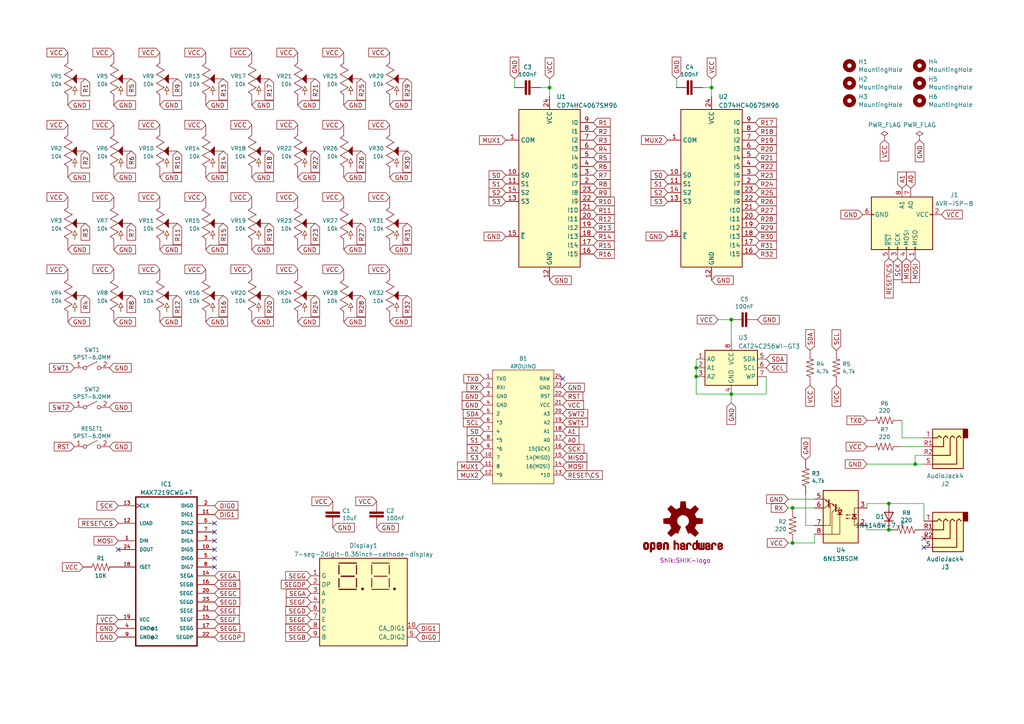
<source format=kicad_sch>
(kicad_sch (version 20211123) (generator eeschema)
  (paper "A4")
  (title_block (title "F8") (date "2022-09-01") (rev "1") (company "SHIK") (comment 1 "https://shik.tech") (comment 2 "CC0 1.0 Universal"))
  (lib_symbols
    (symbol "74xx:CD74HC4067M"
      (property "Reference" "U" (at -8.89 22.86 0))
      (property "Value" "CD74HC4067M" (at 1.27 22.86 0))
      (symbol "CD74HC4067M_1_1"
        (pin passive line (at -12.7 12.7 0) (length 3.81) (name "COM") (number "1"))
        (pin input line (at -12.7 2.54 0) (length 3.81) (name "S0") (number "10"))
        (pin input line (at -12.7 0 0) (length 3.81) (name "S1") (number "11"))
        (pin power_in line (at 0 -27.94 90) (length 3.81) (name "GND") (number "12"))
        (pin input line (at -12.7 -5.08 0) (length 3.81) (name "S3") (number "13"))
        (pin input line (at -12.7 -2.54 0) (length 3.81) (name "S2") (number "14"))
        (pin input line (at -12.7 -15.24 0) (length 3.81) (name "~{E}") (number "15"))
        (pin passive line (at 12.7 -20.32 180) (length 3.81) (name "I15") (number "16"))
        (pin passive line (at 12.7 -17.78 180) (length 3.81) (name "I14") (number "17"))
        (pin passive line (at 12.7 -15.24 180) (length 3.81) (name "I13") (number "18"))
        (pin passive line (at 12.7 -12.7 180) (length 3.81) (name "I12") (number "19"))
        (pin passive line (at 12.7 0 180) (length 3.81) (name "I7") (number "2"))
        (pin passive line (at 12.7 -10.16 180) (length 3.81) (name "I11") (number "20"))
        (pin passive line (at 12.7 -7.62 180) (length 3.81) (name "I10") (number "21"))
        (pin passive line (at 12.7 -5.08 180) (length 3.81) (name "I9") (number "22"))
        (pin passive line (at 12.7 -2.54 180) (length 3.81) (name "I8") (number "23"))
        (pin power_in line (at 0 25.4 270) (length 3.81) (name "VCC") (number "24"))
        (pin passive line (at 12.7 2.54 180) (length 3.81) (name "I6") (number "3"))
        (pin passive line (at 12.7 5.08 180) (length 3.81) (name "I5") (number "4"))
        (pin passive line (at 12.7 7.62 180) (length 3.81) (name "I4") (number "5"))
        (pin passive line (at 12.7 10.16 180) (length 3.81) (name "I3") (number "6"))
        (pin passive line (at 12.7 12.7 180) (length 3.81) (name "I2") (number "7"))
        (pin passive line (at 12.7 15.24 180) (length 3.81) (name "I1") (number "8"))
        (pin passive line (at 12.7 17.78 180) (length 3.81) (name "I0") (number "9"))
      )
    )
    (symbol "Connector:AudioJack4"
      (property "Reference" "J" (at 0 8.89 0))
      (property "Value" "AudioJack4" (at 0 6.35 0))
      (symbol "AudioJack4_1_1"
        (pin passive line (at 5.08 -2.54 180) (length 2.54) (name "~") (number "R1"))
        (pin passive line (at 5.08 0 180) (length 2.54) (name "~") (number "R2"))
        (pin passive line (at 5.08 2.54 180) (length 2.54) (name "~") (number "S"))
        (pin passive line (at 5.08 -5.08 180) (length 2.54) (name "~") (number "T"))
      )
    )
    (symbol "Diode:1N4148W" (pin_numbers hide) (pin_names (offset 1.016) hide)
      (property "Reference" "D" (at 0 2.54 0))
      (property "Value" "1N4148W" (at 0 -2.54 0))
      (symbol "1N4148W_1_1"
        (pin passive line (at -3.81 0 0) (length 2.54) (name "K") (number "1"))
        (pin passive line (at 3.81 0 180) (length 2.54) (name "A") (number "2"))
      )
    )
    (symbol "Display_Character:HDSM-441B"
      (property "Reference" "U" (at -11.43 13.97 0))
      (property "Value" "HDSM-441B" (at 7.62 13.97 0))
      (symbol "HDSM-441B_1_1"
        (pin input line (at -15.24 7.62 0) (length 2.54) (name "G") (number "1"))
        (pin input line (at 15.24 -7.62 180) (length 2.54) (name "CA_DIG1") (number "10"))
        (pin input line (at -15.24 5.08 0) (length 2.54) (name "DP") (number "2"))
        (pin input line (at -15.24 2.54 0) (length 2.54) (name "A") (number "3"))
        (pin input line (at -15.24 0 0) (length 2.54) (name "F") (number "4"))
        (pin input line (at 15.24 -10.16 180) (length 2.54) (name "CA_DIG2") (number "5"))
        (pin input line (at -15.24 -2.54 0) (length 2.54) (name "D") (number "6"))
        (pin input line (at -15.24 -5.08 0) (length 2.54) (name "E") (number "7"))
        (pin input line (at -15.24 -7.62 0) (length 2.54) (name "C") (number "8"))
        (pin input line (at -15.24 -10.16 0) (length 2.54) (name "B") (number "9"))
      )
    )
    (symbol "F8-rescue:10UF-0805-10V-10%-SparkFun-Capacitors" (pin_numbers hide) (pin_names (offset 1.016) hide)
      (property "Reference" "C" (at 1.524 2.921 0))
      (property "Value" "10UF-0805-10V-10%-SparkFun-Capacitors" (at 1.524 -2.159 0))
      (property "Field4" "CAP-11330" (at 0 7.62 0))
      (symbol "10UF-0805-10V-10%-SparkFun-Capacitors_1_1"
        (pin passive line (at 0 5.08 270) (length 2.54) (name "1") (number "1"))
        (pin passive line (at 0 -2.54 90) (length 2.54) (name "2") (number "2"))
      )
    )
    (symbol "F8-rescue:4.7UF0603-SparkFun-Capacitors" (pin_numbers hide) (pin_names (offset 1.016) hide)
      (property "Reference" "C" (at 1.524 2.921 0))
      (property "Value" "4.7UF0603-SparkFun-Capacitors" (at 1.524 -2.159 0))
      (property "Field4" "CAP-08280" (at 0 7.62 0))
      (symbol "4.7UF0603-SparkFun-Capacitors_1_1"
        (pin passive line (at 0 5.08 270) (length 2.54) (name "1") (number "1"))
        (pin passive line (at 0 -2.54 90) (length 2.54) (name "2") (number "2"))
      )
    )
    (symbol "F8-rescue:ARDUINO_PRO_MICRO-Shik-Tech" (pin_names (offset 1.016))
      (property "Reference" "B" (at -8.89 17.78 0))
      (property "Value" "ARDUINO_PRO_MICRO-Shik-Tech" (at -8.89 -19.05 0))
      (property "Field4" "XXX-00000" (at 0 21.59 0))
      (symbol "ARDUINO_PRO_MICRO-Shik-Tech_1_1"
        (pin bidirectional line (at -11.43 13.97 0) (length 2.54) (name "TXO") (number "1"))
        (pin bidirectional line (at -11.43 -8.89 0) (length 2.54) (name "7") (number "10"))
        (pin bidirectional line (at -11.43 -11.43 0) (length 2.54) (name "8") (number "11"))
        (pin bidirectional line (at -11.43 -13.97 0) (length 2.54) (name "*9") (number "12"))
        (pin bidirectional line (at 11.43 -13.97 180) (length 2.54) (name "*10") (number "13"))
        (pin bidirectional line (at 11.43 -11.43 180) (length 2.54) (name "16(MOSI)") (number "14"))
        (pin bidirectional line (at 11.43 -8.89 180) (length 2.54) (name "14(MISO)") (number "15"))
        (pin bidirectional line (at 11.43 -6.35 180) (length 2.54) (name "15(SCK)") (number "16"))
        (pin bidirectional line (at 11.43 -3.81 180) (length 2.54) (name "A0") (number "17"))
        (pin bidirectional line (at 11.43 -1.27 180) (length 2.54) (name "A1") (number "18"))
        (pin bidirectional line (at 11.43 1.27 180) (length 2.54) (name "A2") (number "19"))
        (pin bidirectional line (at -11.43 11.43 0) (length 2.54) (name "RXI") (number "2"))
        (pin bidirectional line (at 11.43 3.81 180) (length 2.54) (name "A3") (number "20"))
        (pin power_in line (at 11.43 6.35 180) (length 2.54) (name "VCC") (number "21"))
        (pin bidirectional line (at 11.43 8.89 180) (length 2.54) (name "RST") (number "22"))
        (pin power_in line (at 11.43 11.43 180) (length 2.54) (name "GND") (number "23"))
        (pin power_in line (at 11.43 13.97 180) (length 2.54) (name "RAW") (number "24"))
        (pin power_in line (at -11.43 8.89 0) (length 2.54) (name "GND") (number "3"))
        (pin power_in line (at -11.43 6.35 0) (length 2.54) (name "GND") (number "4"))
        (pin bidirectional line (at -11.43 3.81 0) (length 2.54) (name "2") (number "5"))
        (pin bidirectional line (at -11.43 1.27 0) (length 2.54) (name "*3") (number "6"))
        (pin bidirectional line (at -11.43 -1.27 0) (length 2.54) (name "4") (number "7"))
        (pin bidirectional line (at -11.43 -3.81 0) (length 2.54) (name "*5") (number "8"))
        (pin bidirectional line (at -11.43 -6.35 0) (length 2.54) (name "*6") (number "9"))
      )
    )
    (symbol "F8-rescue:AVR-ISP-6-Connector" (pin_names (offset 1.016))
      (property "Reference" "J" (at -6.35 11.43 0))
      (property "Value" "AVR-ISP-6-Connector" (at 0 11.43 0))
      (symbol "AVR-ISP-6-Connector_1_1"
        (pin passive line (at 10.16 5.08 180) (length 2.54) (name "MISO") (number "1"))
        (pin passive line (at -2.54 12.7 270) (length 2.54) (name "VCC") (number "2"))
        (pin passive line (at 10.16 0 180) (length 2.54) (name "SCK") (number "3"))
        (pin passive line (at 10.16 2.54 180) (length 2.54) (name "MOSI") (number "4"))
        (pin passive line (at 10.16 -2.54 180) (length 2.54) (name "~{RST}") (number "5"))
        (pin passive line (at -2.54 -10.16 90) (length 2.54) (name "GND") (number "6"))
        (pin input line (at -10.16 3.81 0) (length 2.54) (name "A0") (number "7"))
        (pin input line (at -10.16 1.27 0) (length 2.54) (name "A1") (number "8"))
      )
    )
    (symbol "F8-rescue:MAX7219CNG-MAX7219CNG" (pin_names (offset 1.016))
      (property "Reference" "IC" (at -10.1854 20.9804 0))
      (property "Value" "MAX7219CNG-MAX7219CNG" (at -10.1854 -25.4508 0))
      (symbol "MAX7219CNG-MAX7219CNG_0_0"
        (pin input line (at -15.24 7.62 0) (length 5.08) (name "DIN") (number "1"))
        (pin output line (at 12.7 5.08 180) (length 5.08) (name "DIG5") (number "10"))
        (pin output line (at 12.7 15.24 180) (length 5.08) (name "DIG1") (number "11"))
        (pin input line (at -15.24 12.7 0) (length 5.08) (name "LOAD") (number "12"))
        (pin input clock (at -15.24 17.78 0) (length 5.08) (name "CLK") (number "13"))
        (pin output line (at 12.7 -2.54 180) (length 5.08) (name "SEGA") (number "14"))
        (pin output line (at 12.7 -15.24 180) (length 5.08) (name "SEGF") (number "15"))
        (pin output line (at 12.7 -5.08 180) (length 5.08) (name "SEGB") (number "16"))
        (pin output line (at 12.7 -17.78 180) (length 5.08) (name "SEGG") (number "17"))
        (pin input line (at -15.24 0 0) (length 5.08) (name "ISET") (number "18"))
        (pin power_in line (at -15.24 -15.24 0) (length 5.08) (name "VCC") (number "19"))
        (pin output line (at 12.7 17.78 180) (length 5.08) (name "DIG0") (number "2"))
        (pin output line (at 12.7 -7.62 180) (length 5.08) (name "SEGC") (number "20"))
        (pin output line (at 12.7 -12.7 180) (length 5.08) (name "SEGE") (number "21"))
        (pin output line (at 12.7 -20.32 180) (length 5.08) (name "SEGDP") (number "22"))
        (pin output line (at 12.7 -10.16 180) (length 5.08) (name "SEGD") (number "23"))
        (pin output line (at -15.24 5.08 0) (length 5.08) (name "DOUT") (number "24"))
        (pin output line (at 12.7 7.62 180) (length 5.08) (name "DIG4") (number "3"))
        (pin power_in line (at -15.24 -17.78 0) (length 5.08) (name "GND@1") (number "4"))
        (pin output line (at 12.7 2.54 180) (length 5.08) (name "DIG6") (number "5"))
        (pin output line (at 12.7 12.7 180) (length 5.08) (name "DIG2") (number "6"))
        (pin output line (at 12.7 10.16 180) (length 5.08) (name "DIG3") (number "7"))
        (pin output line (at 12.7 0 180) (length 5.08) (name "DIG7") (number "8"))
        (pin power_in line (at -15.24 -20.32 0) (length 5.08) (name "GND@2") (number "9"))
      )
    )
    (symbol "F8-rescue:RESISTOR0603-SparkFun-Resistors" (pin_numbers hide) (pin_names (offset 1.016) hide)
      (property "Reference" "R" (at -5.08 1.27 0))
      (property "Value" "RESISTOR0603-SparkFun-Resistors" (at -5.08 -3.81 0))
      (property "Field4" " " (at 0 5.08 0))
      (symbol "RESISTOR0603-SparkFun-Resistors_1_1"
        (pin passive line (at -5.08 0 0) (length 2.54) (name "1") (number "1"))
        (pin passive line (at 5.08 0 180) (length 2.54) (name "2") (number "2"))
      )
    )
    (symbol "Isolator:6N138" (pin_names (offset 1.016) hide)
      (property "Reference" "U" (at -4.064 8.89 0))
      (property "Value" "6N138" (at 2.286 8.89 0))
      (symbol "6N138_1_1"
        (pin no_connect line (at -5.08 5.08 0) (length 2.54) hide (name "NC") (number "1"))
        (pin passive line (at -7.62 2.54 0) (length 2.54) (name "C1") (number "2"))
        (pin passive line (at -7.62 -2.54 0) (length 2.54) (name "C2") (number "3"))
        (pin no_connect line (at -5.08 -5.08 0) (length 2.54) hide (name "NC") (number "4"))
        (pin passive line (at 7.62 -5.08 180) (length 2.54) (name "GND") (number "5"))
        (pin passive line (at 7.62 -2.54 180) (length 2.54) (name "VO2") (number "6"))
        (pin passive line (at 7.62 2.54 180) (length 2.54) (name "VO1") (number "7"))
        (pin passive line (at 7.62 5.08 180) (length 2.54) (name "VCC") (number "8"))
      )
    )
    (symbol "Mechanical:MountingHole" (pin_names (offset 1.016))
      (property "Reference" "H" (at 0 5.08 0))
      (property "Value" "MountingHole" (at 0 3.175 0))
    )
    (symbol "Memory_EEPROM:CAT24C256"
      (property "Reference" "U" (at -6.35 6.35 0))
      (property "Value" "CAT24C256" (at 1.27 6.35 0))
      (symbol "CAT24C256_1_1"
        (pin input line (at -10.16 2.54 0) (length 2.54) (name "A0") (number "1"))
        (pin input line (at -10.16 0 0) (length 2.54) (name "A1") (number "2"))
        (pin input line (at -10.16 -2.54 0) (length 2.54) (name "A2") (number "3"))
        (pin power_in line (at 0 -7.62 90) (length 2.54) (name "GND") (number "4"))
        (pin bidirectional line (at 10.16 2.54 180) (length 2.54) (name "SDA") (number "5"))
        (pin input line (at 10.16 0 180) (length 2.54) (name "SCL") (number "6"))
        (pin input line (at 10.16 -2.54 180) (length 2.54) (name "WP") (number "7"))
        (pin power_in line (at 0 7.62 270) (length 2.54) (name "VCC") (number "8"))
      )
    )
    (symbol "SHIK:SHIK-Logo" (pin_numbers hide) (pin_names (offset 0) hide) (in_bom no)
      (property "Reference" "LOGO" (at 0 1.27 0))
      (property "Value" "SHIK-Logo" (at 0 -1.27 0))
    )
    (symbol "SparkFun-Aesthetics:OSHW-LOGOS" (pin_numbers hide) (pin_names (offset 1.016) hide)
      (property "Field4" "XXX-00000" (at 0 8.89 0))
    )
    (symbol "SparkFun-Resistors:POTENTIOMETER-PTH-9MM-1_20W-20%-KIT" (pin_numbers hide) (pin_names (offset 1.016) hide)
      (property "Reference" "VR" (at -1.27 -7.62 90))
      (property "Value" "POTENTIOMETER-PTH-9MM-1_20W-20%-KIT" (at 5.08 1.27 90))
      (property "Field4" "RES-09177" (at -3.81 0 90))
      (symbol "POTENTIOMETER-PTH-9MM-1_20W-20%-KIT_1_1"
        (pin passive line (at 0 7.62 270) (length 2.54) (name "E") (number "P$1"))
        (pin passive line (at 5.08 0 180) (length 2.54) (name "S") (number "P$2"))
        (pin passive line (at 0 -7.62 90) (length 2.54) (name "A") (number "P$3"))
      )
    )
    (symbol "Switch:SW_SPST" (pin_names (offset 0) hide)
      (property "Reference" "SW" (at 0 3.175 0))
      (property "Value" "SW_SPST" (at 0 -2.54 0))
      (symbol "SW_SPST_1_1"
        (pin passive line (at -5.08 0 0) (length 2.54) (name "A") (number "1"))
        (pin passive line (at 5.08 0 180) (length 2.54) (name "B") (number "2"))
      )
    )
    (symbol "power:PWR_FLAG" (power) (pin_numbers hide) (pin_names (offset 0) hide)
      (property "Value" "PWR_FLAG" (at 0 3.81 0))
      (symbol "PWR_FLAG_0_0"
        (pin power_out line (at 0 0 90) (length 0) (name "pwr") (number "1"))
      )
    )
  )
  (junction (at 201.93 109.22))
  (junction (at 159.385 25.4))
  (junction (at 229.87 157.48))
  (junction (at 229.87 147.32))
  (junction (at 206.375 25.4))
  (junction (at 257.81 153.67))
  (junction (at 201.93 106.68))
  (junction (at 265.43 134.62))
  (junction (at 257.81 146.05))
  (junction (at 212.09 92.71))
  (junction (at 212.09 114.3))
  (no_connect (at 62.23 151.765))
  (no_connect (at 62.23 154.305))
  (no_connect (at 267.97 158.75))
  (no_connect (at 267.97 156.21))
  (no_connect (at 62.23 159.385))
  (no_connect (at 163.195 109.855))
  (no_connect (at 34.29 159.385))
  (no_connect (at 62.23 156.845))
  (no_connect (at 62.23 161.925))
  (no_connect (at 62.23 164.465))
  (wire (pts (xy 261.62 129.54) (xy 267.97 129.54)))
  (wire (pts (xy 229.87 147.32) (xy 228.6 147.32)))
  (wire (pts (xy 201.93 104.14) (xy 201.93 106.68)))
  (wire (pts (xy 159.385 25.4) (xy 159.385 22.86)))
  (wire (pts (xy 206.375 27.94) (xy 206.375 25.4)))
  (wire (pts (xy 251.46 147.32) (xy 251.46 146.05)))
  (wire (pts (xy 236.22 157.48) (xy 229.87 157.48)))
  (wire (pts (xy 212.09 114.3) (xy 201.93 114.3)))
  (wire (pts (xy 201.93 106.68) (xy 201.93 109.22)))
  (wire (pts (xy 251.46 153.67) (xy 257.81 153.67)))
  (wire (pts (xy 149.225 25.4) (xy 149.225 22.86)))
  (wire (pts (xy 201.93 109.22) (xy 201.93 114.3)))
  (wire (pts (xy 267.97 146.05) (xy 257.81 146.05)))
  (wire (pts (xy 196.215 25.4) (xy 196.215 22.86)))
  (wire (pts (xy 265.43 132.08) (xy 265.43 134.62)))
  (wire (pts (xy 251.46 152.4) (xy 251.46 153.67)))
  (wire (pts (xy 267.97 132.08) (xy 265.43 132.08)))
  (wire (pts (xy 212.09 99.06) (xy 212.09 92.71)))
  (wire (pts (xy 229.87 157.48) (xy 228.6 157.48)))
  (wire (pts (xy 267.97 134.62) (xy 265.43 134.62)))
  (wire (pts (xy 233.68 152.4) (xy 233.68 143.51)))
  (wire (pts (xy 222.25 114.3) (xy 212.09 114.3)))
  (wire (pts (xy 267.97 127) (xy 261.62 127)))
  (wire (pts (xy 212.09 116.84) (xy 212.09 114.3)))
  (wire (pts (xy 265.43 134.62) (xy 251.46 134.62)))
  (wire (pts (xy 267.97 151.13) (xy 267.97 146.05)))
  (wire (pts (xy 236.22 147.32) (xy 229.87 147.32)))
  (wire (pts (xy 206.375 25.4) (xy 206.375 22.86)))
  (wire (pts (xy 236.22 154.94) (xy 236.22 157.48)))
  (wire (pts (xy 159.385 27.94) (xy 159.385 25.4)))
  (wire (pts (xy 222.25 109.22) (xy 222.25 114.3)))
  (wire (pts (xy 236.22 152.4) (xy 233.68 152.4)))
  (wire (pts (xy 261.62 127) (xy 261.62 121.92)))
  (wire (pts (xy 159.385 25.4) (xy 156.845 25.4)))
  (wire (pts (xy 236.22 144.78) (xy 228.6 144.78)))
  (wire (pts (xy 208.28 92.71) (xy 212.09 92.71)))
  (wire (pts (xy 206.375 25.4) (xy 203.835 25.4)))
  (wire (pts (xy 251.46 146.05) (xy 257.81 146.05)))
  (global_label "VCC" (shape input) (at 73.025 15.24 180) (property "Intersheet References" "${INTERSHEET_REFS}" (effects hide)))
  (global_label "S2" (shape input) (at 140.335 130.175 180) (property "Intersheet References" "${INTERSHEET_REFS}" (effects hide)))
  (global_label "R20" (shape input) (at 219.075 43.18 0) (property "Intersheet References" "${INTERSHEET_REFS}" (effects hide)))
  (global_label "R14" (shape input) (at 64.77 43.815 270) (property "Intersheet References" "${INTERSHEET_REFS}" (effects hide)))
  (global_label "VCC" (shape input) (at 113.03 78.105 180) (property "Intersheet References" "${INTERSHEET_REFS}" (effects hide)))
  (global_label "R25" (shape input) (at 104.775 22.86 270) (property "Intersheet References" "${INTERSHEET_REFS}" (effects hide)))
  (global_label "SEGE" (shape input) (at 90.17 179.705 180) (property "Intersheet References" "${INTERSHEET_REFS}" (effects hide)))
  (global_label "GND" (shape input) (at 159.385 81.28 0) (property "Intersheet References" "${INTERSHEET_REFS}" (effects hide)))
  (global_label "VCC" (shape input) (at 73.025 57.15 180) (property "Intersheet References" "${INTERSHEET_REFS}" (effects hide)))
  (global_label "GND" (shape input) (at 99.695 93.345 0) (property "Intersheet References" "${INTERSHEET_REFS}" (effects hide)))
  (global_label "GND" (shape input) (at 73.025 72.39 0) (property "Intersheet References" "${INTERSHEET_REFS}" (effects hide)))
  (global_label "R8" (shape input) (at 172.085 53.34 0) (property "Intersheet References" "${INTERSHEET_REFS}" (effects hide)))
  (global_label "A1" (shape input) (at 261.62 54.61 90) (property "Intersheet References" "${INTERSHEET_REFS}" (effects hide)))
  (global_label "SEGG" (shape input) (at 90.17 167.005 180) (property "Intersheet References" "${INTERSHEET_REFS}" (effects hide)))
  (global_label "GND" (shape input) (at 113.03 51.435 0) (property "Intersheet References" "${INTERSHEET_REFS}" (effects hide)))
  (global_label "SWT1" (shape input) (at 163.195 122.555 0) (property "Intersheet References" "${INTERSHEET_REFS}" (effects hide)))
  (global_label "MUX1" (shape input) (at 146.685 40.64 180) (property "Intersheet References" "${INTERSHEET_REFS}" (effects hide)))
  (global_label "SEGC" (shape input) (at 90.17 182.245 180) (property "Intersheet References" "${INTERSHEET_REFS}" (effects hide)))
  (global_label "TX0" (shape input) (at 251.46 121.92 180) (property "Intersheet References" "${INTERSHEET_REFS}" (effects hide)))
  (global_label "S0" (shape input) (at 146.685 50.8 180) (property "Intersheet References" "${INTERSHEET_REFS}" (effects hide)))
  (global_label "VCC" (shape input) (at 159.385 22.86 90) (property "Intersheet References" "${INTERSHEET_REFS}" (effects hide)))
  (global_label "GND" (shape input) (at 163.195 112.395 0) (property "Intersheet References" "${INTERSHEET_REFS}" (effects hide)))
  (global_label "VCC" (shape input) (at 163.195 117.475 0) (property "Intersheet References" "${INTERSHEET_REFS}" (effects hide)))
  (global_label "R32" (shape input) (at 219.075 73.66 0) (property "Intersheet References" "${INTERSHEET_REFS}" (effects hide)))
  (global_label "GND" (shape input) (at 86.36 93.345 0) (property "Intersheet References" "${INTERSHEET_REFS}" (effects hide)))
  (global_label "VCC" (shape input) (at 86.36 36.195 180) (property "Intersheet References" "${INTERSHEET_REFS}" (effects hide)))
  (global_label "VCC" (shape input) (at 99.695 57.15 180) (property "Intersheet References" "${INTERSHEET_REFS}" (effects hide)))
  (global_label "VCC" (shape input) (at 86.36 15.24 180) (property "Intersheet References" "${INTERSHEET_REFS}" (effects hide)))
  (global_label "VCC" (shape input) (at 24.13 164.465 180) (property "Intersheet References" "${INTERSHEET_REFS}" (effects hide)))
  (global_label "GND" (shape input) (at 59.69 72.39 0) (property "Intersheet References" "${INTERSHEET_REFS}" (effects hide)))
  (global_label "SCL" (shape input) (at 242.57 101.6 90) (property "Intersheet References" "${INTERSHEET_REFS}" (effects hide)))
  (global_label "VCC" (shape input) (at 273.05 62.23 0) (property "Intersheet References" "${INTERSHEET_REFS}" (effects hide)))
  (global_label "SEGF" (shape input) (at 62.23 179.705 0) (property "Intersheet References" "${INTERSHEET_REFS}" (effects hide)))
  (global_label "GND" (shape input) (at 251.46 134.62 180) (property "Intersheet References" "${INTERSHEET_REFS}" (effects hide)))
  (global_label "VCC" (shape input) (at 59.69 15.24 180) (property "Intersheet References" "${INTERSHEET_REFS}" (effects hide)))
  (global_label "GND" (shape input) (at 31.75 118.11 0) (property "Intersheet References" "${INTERSHEET_REFS}" (effects hide)))
  (global_label "R15" (shape input) (at 64.77 64.77 270) (property "Intersheet References" "${INTERSHEET_REFS}" (effects hide)))
  (global_label "R7" (shape input) (at 172.085 50.8 0) (property "Intersheet References" "${INTERSHEET_REFS}" (effects hide)))
  (global_label "RESET\\CS" (shape input) (at 257.81 74.93 270) (property "Intersheet References" "${INTERSHEET_REFS}" (effects hide)))
  (global_label "VCC" (shape input) (at 59.69 36.195 180) (property "Intersheet References" "${INTERSHEET_REFS}" (effects hide)))
  (global_label "VCC" (shape input) (at 19.685 15.24 180) (property "Intersheet References" "${INTERSHEET_REFS}" (effects hide)))
  (global_label "DIG0" (shape input) (at 62.23 146.685 0) (property "Intersheet References" "${INTERSHEET_REFS}" (effects hide)))
  (global_label "SEGF" (shape input) (at 90.17 174.625 180) (property "Intersheet References" "${INTERSHEET_REFS}" (effects hide)))
  (global_label "R1" (shape input) (at 24.765 22.86 270) (property "Intersheet References" "${INTERSHEET_REFS}" (effects hide)))
  (global_label "GND" (shape input) (at 86.36 30.48 0) (property "Intersheet References" "${INTERSHEET_REFS}" (effects hide)))
  (global_label "VCC" (shape input) (at 46.355 15.24 180) (property "Intersheet References" "${INTERSHEET_REFS}" (effects hide)))
  (global_label "R23" (shape input) (at 219.075 50.8 0) (property "Intersheet References" "${INTERSHEET_REFS}" (effects hide)))
  (global_label "SWT1" (shape input) (at 21.59 106.68 180) (property "Intersheet References" "${INTERSHEET_REFS}" (effects hide)))
  (global_label "R21" (shape input) (at 91.44 22.86 270) (property "Intersheet References" "${INTERSHEET_REFS}" (effects hide)))
  (global_label "R28" (shape input) (at 104.775 85.725 270) (property "Intersheet References" "${INTERSHEET_REFS}" (effects hide)))
  (global_label "VCC" (shape input) (at 256.54 40.64 270) (property "Intersheet References" "${INTERSHEET_REFS}" (effects hide)))
  (global_label "SEGA" (shape input) (at 62.23 167.005 0) (property "Intersheet References" "${INTERSHEET_REFS}" (effects hide)))
  (global_label "VCC" (shape input) (at 59.69 57.15 180) (property "Intersheet References" "${INTERSHEET_REFS}" (effects hide)))
  (global_label "GND" (shape input) (at 34.29 184.785 180) (property "Intersheet References" "${INTERSHEET_REFS}" (effects hide)))
  (global_label "GND" (shape input) (at 140.335 114.935 180) (property "Intersheet References" "${INTERSHEET_REFS}" (effects hide)))
  (global_label "GND" (shape input) (at 46.355 51.435 0) (property "Intersheet References" "${INTERSHEET_REFS}" (effects hide)))
  (global_label "GND" (shape input) (at 86.36 51.435 0) (property "Intersheet References" "${INTERSHEET_REFS}" (effects hide)))
  (global_label "GND" (shape input) (at 113.03 30.48 0) (property "Intersheet References" "${INTERSHEET_REFS}" (effects hide)))
  (global_label "VCC" (shape input) (at 242.57 111.76 270) (property "Intersheet References" "${INTERSHEET_REFS}" (effects hide)))
  (global_label "SCL" (shape input) (at 140.335 122.555 180) (property "Intersheet References" "${INTERSHEET_REFS}" (effects hide)))
  (global_label "R25" (shape input) (at 219.075 55.88 0) (property "Intersheet References" "${INTERSHEET_REFS}" (effects hide)))
  (global_label "GND" (shape input) (at 46.355 30.48 0) (property "Intersheet References" "${INTERSHEET_REFS}" (effects hide)))
  (global_label "RESET\\CS" (shape input) (at 163.195 137.795 0) (property "Intersheet References" "${INTERSHEET_REFS}" (effects hide)))
  (global_label "R7" (shape input) (at 38.1 64.77 270) (property "Intersheet References" "${INTERSHEET_REFS}" (effects hide)))
  (global_label "GND" (shape input) (at 113.03 93.345 0) (property "Intersheet References" "${INTERSHEET_REFS}" (effects hide)))
  (global_label "R19" (shape input) (at 78.105 64.77 270) (property "Intersheet References" "${INTERSHEET_REFS}" (effects hide)))
  (global_label "R11" (shape input) (at 51.435 64.77 270) (property "Intersheet References" "${INTERSHEET_REFS}" (effects hide)))
  (global_label "R6" (shape input) (at 38.1 43.815 270) (property "Intersheet References" "${INTERSHEET_REFS}" (effects hide)))
  (global_label "R12" (shape input) (at 51.435 85.725 270) (property "Intersheet References" "${INTERSHEET_REFS}" (effects hide)))
  (global_label "SDA" (shape input) (at 234.95 101.6 90) (property "Intersheet References" "${INTERSHEET_REFS}" (effects hide)))
  (global_label "GND" (shape input) (at 140.335 117.475 180) (property "Intersheet References" "${INTERSHEET_REFS}" (effects hide)))
  (global_label "GND" (shape input) (at 113.03 72.39 0) (property "Intersheet References" "${INTERSHEET_REFS}" (effects hide)))
  (global_label "VCC" (shape input) (at 109.22 145.415 180) (property "Intersheet References" "${INTERSHEET_REFS}" (effects hide)))
  (global_label "RST" (shape input) (at 21.59 129.54 180) (property "Intersheet References" "${INTERSHEET_REFS}" (effects hide)))
  (global_label "GND" (shape input) (at 59.69 93.345 0) (property "Intersheet References" "${INTERSHEET_REFS}" (effects hide)))
  (global_label "R27" (shape input) (at 104.775 64.77 270) (property "Intersheet References" "${INTERSHEET_REFS}" (effects hide)))
  (global_label "GND" (shape input) (at 31.75 106.68 0) (property "Intersheet References" "${INTERSHEET_REFS}" (effects hide)))
  (global_label "R10" (shape input) (at 51.435 43.815 270) (property "Intersheet References" "${INTERSHEET_REFS}" (effects hide)))
  (global_label "R30" (shape input) (at 118.11 43.815 270) (property "Intersheet References" "${INTERSHEET_REFS}" (effects hide)))
  (global_label "S3" (shape input) (at 146.685 58.42 180) (property "Intersheet References" "${INTERSHEET_REFS}" (effects hide)))
  (global_label "GND" (shape input) (at 33.02 93.345 0) (property "Intersheet References" "${INTERSHEET_REFS}" (effects hide)))
  (global_label "GND" (shape input) (at 19.685 30.48 0) (property "Intersheet References" "${INTERSHEET_REFS}" (effects hide)))
  (global_label "VCC" (shape input) (at 33.02 36.195 180) (property "Intersheet References" "${INTERSHEET_REFS}" (effects hide)))
  (global_label "GND" (shape input) (at 19.685 93.345 0) (property "Intersheet References" "${INTERSHEET_REFS}" (effects hide)))
  (global_label "VCC" (shape input) (at 19.685 57.15 180) (property "Intersheet References" "${INTERSHEET_REFS}" (effects hide)))
  (global_label "S0" (shape input) (at 193.675 50.8 180) (property "Intersheet References" "${INTERSHEET_REFS}" (effects hide)))
  (global_label "R21" (shape input) (at 219.075 45.72 0) (property "Intersheet References" "${INTERSHEET_REFS}" (effects hide)))
  (global_label "R6" (shape input) (at 172.085 48.26 0) (property "Intersheet References" "${INTERSHEET_REFS}" (effects hide)))
  (global_label "SWT2" (shape input) (at 21.59 118.11 180) (property "Intersheet References" "${INTERSHEET_REFS}" (effects hide)))
  (global_label "VCC" (shape input) (at 73.025 36.195 180) (property "Intersheet References" "${INTERSHEET_REFS}" (effects hide)))
  (global_label "VCC" (shape input) (at 59.69 78.105 180) (property "Intersheet References" "${INTERSHEET_REFS}" (effects hide)))
  (global_label "R13" (shape input) (at 172.085 66.04 0) (property "Intersheet References" "${INTERSHEET_REFS}" (effects hide)))
  (global_label "SDA" (shape input) (at 222.25 104.14 0) (property "Intersheet References" "${INTERSHEET_REFS}" (effects hide)))
  (global_label "S3" (shape input) (at 193.675 58.42 180) (property "Intersheet References" "${INTERSHEET_REFS}" (effects hide)))
  (global_label "VCC" (shape input) (at 228.6 157.48 180) (property "Intersheet References" "${INTERSHEET_REFS}" (effects hide)))
  (global_label "MISO" (shape input) (at 262.89 74.93 270) (property "Intersheet References" "${INTERSHEET_REFS}" (effects hide)))
  (global_label "DIG1" (shape input) (at 120.65 182.245 0) (property "Intersheet References" "${INTERSHEET_REFS}" (effects hide)))
  (global_label "R19" (shape input) (at 219.075 40.64 0) (property "Intersheet References" "${INTERSHEET_REFS}" (effects hide)))
  (global_label "GND" (shape input) (at 219.71 92.71 0) (property "Intersheet References" "${INTERSHEET_REFS}" (effects hide)))
  (global_label "S2" (shape input) (at 146.685 55.88 180) (property "Intersheet References" "${INTERSHEET_REFS}" (effects hide)))
  (global_label "VCC" (shape input) (at 46.355 57.15 180) (property "Intersheet References" "${INTERSHEET_REFS}" (effects hide)))
  (global_label "GND" (shape input) (at 73.025 93.345 0) (property "Intersheet References" "${INTERSHEET_REFS}" (effects hide)))
  (global_label "VCC" (shape input) (at 86.36 78.105 180) (property "Intersheet References" "${INTERSHEET_REFS}" (effects hide)))
  (global_label "R16" (shape input) (at 64.77 85.725 270) (property "Intersheet References" "${INTERSHEET_REFS}" (effects hide)))
  (global_label "GND" (shape input) (at 233.68 133.35 90) (property "Intersheet References" "${INTERSHEET_REFS}" (effects hide)))
  (global_label "R8" (shape input) (at 38.1 85.725 270) (property "Intersheet References" "${INTERSHEET_REFS}" (effects hide)))
  (global_label "VCC" (shape input) (at 34.29 179.705 180) (property "Intersheet References" "${INTERSHEET_REFS}" (effects hide)))
  (global_label "GND" (shape input) (at 86.36 72.39 0) (property "Intersheet References" "${INTERSHEET_REFS}" (effects hide)))
  (global_label "R4" (shape input) (at 24.765 85.725 270) (property "Intersheet References" "${INTERSHEET_REFS}" (effects hide)))
  (global_label "R17" (shape input) (at 78.105 22.86 270) (property "Intersheet References" "${INTERSHEET_REFS}" (effects hide)))
  (global_label "A0" (shape input) (at 163.195 127.635 0) (property "Intersheet References" "${INTERSHEET_REFS}" (effects hide)))
  (global_label "RST" (shape input) (at 163.195 114.935 0) (property "Intersheet References" "${INTERSHEET_REFS}" (effects hide)))
  (global_label "S2" (shape input) (at 193.675 55.88 180) (property "Intersheet References" "${INTERSHEET_REFS}" (effects hide)))
  (global_label "VCC" (shape input) (at 113.03 57.15 180) (property "Intersheet References" "${INTERSHEET_REFS}" (effects hide)))
  (global_label "VCC" (shape input) (at 33.02 57.15 180) (property "Intersheet References" "${INTERSHEET_REFS}" (effects hide)))
  (global_label "R13" (shape input) (at 64.77 22.86 270) (property "Intersheet References" "${INTERSHEET_REFS}" (effects hide)))
  (global_label "R1" (shape input) (at 172.085 35.56 0) (property "Intersheet References" "${INTERSHEET_REFS}" (effects hide)))
  (global_label "GND" (shape input) (at 34.29 182.245 180) (property "Intersheet References" "${INTERSHEET_REFS}" (effects hide)))
  (global_label "R30" (shape input) (at 219.075 68.58 0) (property "Intersheet References" "${INTERSHEET_REFS}" (effects hide)))
  (global_label "SCK" (shape input) (at 260.35 74.93 270) (property "Intersheet References" "${INTERSHEET_REFS}" (effects hide)))
  (global_label "RESET\\CS" (shape input) (at 34.29 151.765 180) (property "Intersheet References" "${INTERSHEET_REFS}" (effects hide)))
  (global_label "GND" (shape input) (at 149.225 22.86 90) (property "Intersheet References" "${INTERSHEET_REFS}" (effects hide)))
  (global_label "R29" (shape input) (at 219.075 66.04 0) (property "Intersheet References" "${INTERSHEET_REFS}" (effects hide)))
  (global_label "SCL" (shape input) (at 222.25 106.68 0) (property "Intersheet References" "${INTERSHEET_REFS}" (effects hide)))
  (global_label "A0" (shape input) (at 264.16 54.61 90) (property "Intersheet References" "${INTERSHEET_REFS}" (effects hide)))
  (global_label "GND" (shape input) (at 19.685 72.39 0) (property "Intersheet References" "${INTERSHEET_REFS}" (effects hide)))
  (global_label "SWT2" (shape input) (at 163.195 120.015 0) (property "Intersheet References" "${INTERSHEET_REFS}" (effects hide)))
  (global_label "VCC" (shape input) (at 19.685 78.105 180) (property "Intersheet References" "${INTERSHEET_REFS}" (effects hide)))
  (global_label "SEGD" (shape input) (at 90.17 177.165 180) (property "Intersheet References" "${INTERSHEET_REFS}" (effects hide)))
  (global_label "S1" (shape input) (at 140.335 127.635 180) (property "Intersheet References" "${INTERSHEET_REFS}" (effects hide)))
  (global_label "VCC" (shape input) (at 33.02 15.24 180) (property "Intersheet References" "${INTERSHEET_REFS}" (effects hide)))
  (global_label "GND" (shape input) (at 59.69 30.48 0) (property "Intersheet References" "${INTERSHEET_REFS}" (effects hide)))
  (global_label "R18" (shape input) (at 219.075 38.1 0) (property "Intersheet References" "${INTERSHEET_REFS}" (effects hide)))
  (global_label "R32" (shape input) (at 118.11 85.725 270) (property "Intersheet References" "${INTERSHEET_REFS}" (effects hide)))
  (global_label "DIG1" (shape input) (at 62.23 149.225 0) (property "Intersheet References" "${INTERSHEET_REFS}" (effects hide)))
  (global_label "SEGE" (shape input) (at 62.23 177.165 0) (property "Intersheet References" "${INTERSHEET_REFS}" (effects hide)))
  (global_label "VCC" (shape input) (at 86.36 57.15 180) (property "Intersheet References" "${INTERSHEET_REFS}" (effects hide)))
  (global_label "GND" (shape input) (at 46.355 93.345 0) (property "Intersheet References" "${INTERSHEET_REFS}" (effects hide)))
  (global_label "R27" (shape input) (at 219.075 60.96 0) (property "Intersheet References" "${INTERSHEET_REFS}" (effects hide)))
  (global_label "SEGA" (shape input) (at 90.17 172.085 180) (property "Intersheet References" "${INTERSHEET_REFS}" (effects hide)))
  (global_label "VCC" (shape input) (at 96.52 145.415 180) (property "Intersheet References" "${INTERSHEET_REFS}" (effects hide)))
  (global_label "R11" (shape input) (at 172.085 60.96 0) (property "Intersheet References" "${INTERSHEET_REFS}" (effects hide)))
  (global_label "R5" (shape input) (at 172.085 45.72 0) (property "Intersheet References" "${INTERSHEET_REFS}" (effects hide)))
  (global_label "R26" (shape input) (at 104.775 43.815 270) (property "Intersheet References" "${INTERSHEET_REFS}" (effects hide)))
  (global_label "R9" (shape input) (at 51.435 22.86 270) (property "Intersheet References" "${INTERSHEET_REFS}" (effects hide)))
  (global_label "VCC" (shape input) (at 113.03 15.24 180) (property "Intersheet References" "${INTERSHEET_REFS}" (effects hide)))
  (global_label "VCC" (shape input) (at 206.375 22.86 90) (property "Intersheet References" "${INTERSHEET_REFS}" (effects hide)))
  (global_label "GND" (shape input) (at 33.02 51.435 0) (property "Intersheet References" "${INTERSHEET_REFS}" (effects hide)))
  (global_label "MUX1" (shape input) (at 140.335 135.255 180) (property "Intersheet References" "${INTERSHEET_REFS}" (effects hide)))
  (global_label "GND" (shape input) (at 33.02 30.48 0) (property "Intersheet References" "${INTERSHEET_REFS}" (effects hide)))
  (global_label "GND" (shape input) (at 109.22 153.035 0) (property "Intersheet References" "${INTERSHEET_REFS}" (effects hide)))
  (global_label "GND" (shape input) (at 196.215 22.86 90) (property "Intersheet References" "${INTERSHEET_REFS}" (effects hide)))
  (global_label "GND" (shape input) (at 250.19 62.23 180) (property "Intersheet References" "${INTERSHEET_REFS}" (effects hide)))
  (global_label "VCC" (shape input) (at 99.695 15.24 180) (property "Intersheet References" "${INTERSHEET_REFS}" (effects hide)))
  (global_label "S1" (shape input) (at 193.675 53.34 180) (property "Intersheet References" "${INTERSHEET_REFS}" (effects hide)))
  (global_label "R31" (shape input) (at 219.075 71.12 0) (property "Intersheet References" "${INTERSHEET_REFS}" (effects hide)))
  (global_label "MUX2" (shape input) (at 140.335 137.795 180) (property "Intersheet References" "${INTERSHEET_REFS}" (effects hide)))
  (global_label "R31" (shape input) (at 118.11 64.77 270) (property "Intersheet References" "${INTERSHEET_REFS}" (effects hide)))
  (global_label "DIG0" (shape input) (at 120.65 184.785 0) (property "Intersheet References" "${INTERSHEET_REFS}" (effects hide)))
  (global_label "GND" (shape input) (at 31.75 129.54 0) (property "Intersheet References" "${INTERSHEET_REFS}" (effects hide)))
  (global_label "R20" (shape input) (at 78.105 85.725 270) (property "Intersheet References" "${INTERSHEET_REFS}" (effects hide)))
  (global_label "A1" (shape input) (at 163.195 125.095 0) (property "Intersheet References" "${INTERSHEET_REFS}" (effects hide)))
  (global_label "RX" (shape input) (at 140.335 112.395 180) (property "Intersheet References" "${INTERSHEET_REFS}" (effects hide)))
  (global_label "MOSI" (shape input) (at 163.195 135.255 0) (property "Intersheet References" "${INTERSHEET_REFS}" (effects hide)))
  (global_label "R3" (shape input) (at 172.085 40.64 0) (property "Intersheet References" "${INTERSHEET_REFS}" (effects hide)))
  (global_label "GND" (shape input) (at 228.6 144.78 180) (property "Intersheet References" "${INTERSHEET_REFS}" (effects hide)))
  (global_label "MOSI" (shape input) (at 34.29 156.845 180) (property "Intersheet References" "${INTERSHEET_REFS}" (effects hide)))
  (global_label "R10" (shape input) (at 172.085 58.42 0) (property "Intersheet References" "${INTERSHEET_REFS}" (effects hide)))
  (global_label "MUX2" (shape input) (at 193.675 40.64 180) (property "Intersheet References" "${INTERSHEET_REFS}" (effects hide)))
  (global_label "VCC" (shape input) (at 234.95 111.76 270) (property "Intersheet References" "${INTERSHEET_REFS}" (effects hide)))
  (global_label "GND" (shape input) (at 19.685 51.435 0) (property "Intersheet References" "${INTERSHEET_REFS}" (effects hide)))
  (global_label "GND" (shape input) (at 73.025 30.48 0) (property "Intersheet References" "${INTERSHEET_REFS}" (effects hide)))
  (global_label "GND" (shape input) (at 193.675 68.58 180) (property "Intersheet References" "${INTERSHEET_REFS}" (effects hide)))
  (global_label "SEGDP" (shape input) (at 62.23 184.785 0) (property "Intersheet References" "${INTERSHEET_REFS}" (effects hide)))
  (global_label "R18" (shape input) (at 78.105 43.815 270) (property "Intersheet References" "${INTERSHEET_REFS}" (effects hide)))
  (global_label "R9" (shape input) (at 172.085 55.88 0) (property "Intersheet References" "${INTERSHEET_REFS}" (effects hide)))
  (global_label "GND" (shape input) (at 206.375 81.28 0) (property "Intersheet References" "${INTERSHEET_REFS}" (effects hide)))
  (global_label "R17" (shape input) (at 219.075 35.56 0) (property "Intersheet References" "${INTERSHEET_REFS}" (effects hide)))
  (global_label "VCC" (shape input) (at 73.025 78.105 180) (property "Intersheet References" "${INTERSHEET_REFS}" (effects hide)))
  (global_label "VCC" (shape input) (at 208.28 92.71 180) (property "Intersheet References" "${INTERSHEET_REFS}" (effects hide)))
  (global_label "VCC" (shape input) (at 251.46 129.54 180) (property "Intersheet References" "${INTERSHEET_REFS}" (effects hide)))
  (global_label "VCC" (shape input) (at 113.03 36.195 180) (property "Intersheet References" "${INTERSHEET_REFS}" (effects hide)))
  (global_label "R24" (shape input) (at 219.075 53.34 0) (property "Intersheet References" "${INTERSHEET_REFS}" (effects hide)))
  (global_label "GND" (shape input) (at 266.7 40.64 270) (property "Intersheet References" "${INTERSHEET_REFS}" (effects hide)))
  (global_label "R22" (shape input) (at 91.44 43.815 270) (property "Intersheet References" "${INTERSHEET_REFS}" (effects hide)))
  (global_label "TX0" (shape input) (at 140.335 109.855 180) (property "Intersheet References" "${INTERSHEET_REFS}" (effects hide)))
  (global_label "R14" (shape input) (at 172.085 68.58 0) (property "Intersheet References" "${INTERSHEET_REFS}" (effects hide)))
  (global_label "SDA" (shape input) (at 140.335 120.015 180) (property "Intersheet References" "${INTERSHEET_REFS}" (effects hide)))
  (global_label "S0" (shape input) (at 140.335 125.095 180) (property "Intersheet References" "${INTERSHEET_REFS}" (effects hide)))
  (global_label "GND" (shape input) (at 99.695 51.435 0) (property "Intersheet References" "${INTERSHEET_REFS}" (effects hide)))
  (global_label "GND" (shape input) (at 212.09 116.84 270) (property "Intersheet References" "${INTERSHEET_REFS}" (effects hide)))
  (global_label "R12" (shape input) (at 172.085 63.5 0) (property "Intersheet References" "${INTERSHEET_REFS}" (effects hide)))
  (global_label "R24" (shape input) (at 91.44 85.725 270) (property "Intersheet References" "${INTERSHEET_REFS}" (effects hide)))
  (global_label "GND" (shape input) (at 96.52 153.035 0) (property "Intersheet References" "${INTERSHEET_REFS}" (effects hide)))
  (global_label "SCK" (shape input) (at 163.195 130.175 0) (property "Intersheet References" "${INTERSHEET_REFS}" (effects hide)))
  (global_label "MISO" (shape input) (at 163.195 132.715 0) (property "Intersheet References" "${INTERSHEET_REFS}" (effects hide)))
  (global_label "R28" (shape input) (at 219.075 63.5 0) (property "Intersheet References" "${INTERSHEET_REFS}" (effects hide)))
  (global_label "SCK" (shape input) (at 34.29 146.685 180) (property "Intersheet References" "${INTERSHEET_REFS}" (effects hide)))
  (global_label "VCC" (shape input) (at 46.355 78.105 180) (property "Intersheet References" "${INTERSHEET_REFS}" (effects hide)))
  (global_label "R3" (shape input) (at 24.765 64.77 270) (property "Intersheet References" "${INTERSHEET_REFS}" (effects hide)))
  (global_label "R23" (shape input) (at 91.44 64.77 270) (property "Intersheet References" "${INTERSHEET_REFS}" (effects hide)))
  (global_label "SEGC" (shape input) (at 62.23 172.085 0) (property "Intersheet References" "${INTERSHEET_REFS}" (effects hide)))
  (global_label "R2" (shape input) (at 24.765 43.815 270) (property "Intersheet References" "${INTERSHEET_REFS}" (effects hide)))
  (global_label "R22" (shape input) (at 219.075 48.26 0) (property "Intersheet References" "${INTERSHEET_REFS}" (effects hide)))
  (global_label "VCC" (shape input) (at 46.355 36.195 180) (property "Intersheet References" "${INTERSHEET_REFS}" (effects hide)))
  (global_label "S1" (shape input) (at 146.685 53.34 180) (property "Intersheet References" "${INTERSHEET_REFS}" (effects hide)))
  (global_label "GND" (shape input) (at 99.695 30.48 0) (property "Intersheet References" "${INTERSHEET_REFS}" (effects hide)))
  (global_label "VCC" (shape input) (at 33.02 78.105 180) (property "Intersheet References" "${INTERSHEET_REFS}" (effects hide)))
  (global_label "S3" (shape input) (at 140.335 132.715 180) (property "Intersheet References" "${INTERSHEET_REFS}" (effects hide)))
  (global_label "VCC" (shape input) (at 99.695 36.195 180) (property "Intersheet References" "${INTERSHEET_REFS}" (effects hide)))
  (global_label "VCC" (shape input) (at 19.685 36.195 180) (property "Intersheet References" "${INTERSHEET_REFS}" (effects hide)))
  (global_label "SEGB" (shape input) (at 90.17 184.785 180) (property "Intersheet References" "${INTERSHEET_REFS}" (effects hide)))
  (global_label "VCC" (shape input) (at 99.695 78.105 180) (property "Intersheet References" "${INTERSHEET_REFS}" (effects hide)))
  (global_label "R29" (shape input) (at 118.11 22.86 270) (property "Intersheet References" "${INTERSHEET_REFS}" (effects hide)))
  (global_label "GND" (shape input) (at 46.355 72.39 0) (property "Intersheet References" "${INTERSHEET_REFS}" (effects hide)))
  (global_label "GND" (shape input) (at 33.02 72.39 0) (property "Intersheet References" "${INTERSHEET_REFS}" (effects hide)))
  (global_label "SEGG" (shape input) (at 62.23 182.245 0) (property "Intersheet References" "${INTERSHEET_REFS}" (effects hide)))
  (global_label "R15" (shape input) (at 172.085 71.12 0) (property "Intersheet References" "${INTERSHEET_REFS}" (effects hide)))
  (global_label "RX" (shape input) (at 228.6 147.32 180) (property "Intersheet References" "${INTERSHEET_REFS}" (effects hide)))
  (global_label "SEGD" (shape input) (at 62.23 174.625 0) (property "Intersheet References" "${INTERSHEET_REFS}" (effects hide)))
  (global_label "R2" (shape input) (at 172.085 38.1 0) (property "Intersheet References" "${INTERSHEET_REFS}" (effects hide)))
  (global_label "GND" (shape input) (at 146.685 68.58 180) (property "Intersheet References" "${INTERSHEET_REFS}" (effects hide)))
  (global_label "GND" (shape input) (at 59.69 51.435 0) (property "Intersheet References" "${INTERSHEET_REFS}" (effects hide)))
  (global_label "MOSI" (shape input) (at 265.43 74.93 270) (property "Intersheet References" "${INTERSHEET_REFS}" (effects hide)))
  (global_label "R26" (shape input) (at 219.075 58.42 0) (property "Intersheet References" "${INTERSHEET_REFS}" (effects hide)))
  (global_label "GND" (shape input) (at 73.025 51.435 0) (property "Intersheet References" "${INTERSHEET_REFS}" (effects hide)))
  (global_label "R16" (shape input) (at 172.085 73.66 0) (property "Intersheet References" "${INTERSHEET_REFS}" (effects hide)))
  (global_label "R5" (shape input) (at 38.1 22.86 270) (property "Intersheet References" "${INTERSHEET_REFS}" (effects hide)))
  (global_label "SEGDP" (shape input) (at 90.17 169.545 180) (property "Intersheet References" "${INTERSHEET_REFS}" (effects hide)))
  (global_label "R4" (shape input) (at 172.085 43.18 0) (property "Intersheet References" "${INTERSHEET_REFS}" (effects hide)))
  (global_label "SEGB" (shape input) (at 62.23 169.545 0) (property "Intersheet References" "${INTERSHEET_REFS}" (effects hide)))
  (global_label "GND" (shape input) (at 99.695 72.39 0) (property "Intersheet References" "${INTERSHEET_REFS}" (effects hide)))
  (symbol (lib_id "F8-rescue:ARDUINO_PRO_MICRO-Shik-Tech") (at 151.765 123.825 0) (unit 1)
    (property "Reference" "B1" (at 151.765 103.9979 0) (effects (font (size 1.143 1.143))))
    (property "Value" "ARDUINO" (at 151.765 106.3065 0) (effects (font (size 1.143 1.143))))
    (property "Footprint" "Shik:ARDUINO_PRO_MICRO" (effects hide))
    (property "Field4" "XXX-00000" (effects hide))
  )
  (symbol (lib_id "Switch:SW_SPST") (at 26.67 118.11 0) (unit 1)
    (property "Reference" "SWT2" (at 26.67 112.9284 0) (effects (font (size 1.143 1.143))))
    (property "Value" "SPST-6.0MM" (at 26.67 115.062 0) (effects (font (size 1.143 1.143))))
    (property "Footprint" "Switches:TACTILE_SWITCH_PTH_6.0MM" (effects hide))
    (property "Field4" " SWCH-08441" (effects hide))
  )
  (symbol (lib_id "Switch:SW_SPST") (at 26.67 106.68 0) (unit 1)
    (property "Reference" "SWT1" (at 26.67 101.4984 0) (effects (font (size 1.143 1.143))))
    (property "Value" "SPST-6.0MM" (at 26.67 103.632 0) (effects (font (size 1.143 1.143))))
    (property "Footprint" "Switches:TACTILE_SWITCH_PTH_6.0MM" (effects hide))
    (property "Field4" " SWCH-08441" (effects hide))
  )
  (symbol (lib_id "F8-rescue:MAX7219CNG-MAX7219CNG") (at 49.53 164.465 0) (unit 1)
    (property "Reference" "IC1" (at 48.26 140.369 0))
    (property "Value" "MAX7219CWG+T" (at 48.26 142.9059 0))
    (property "Footprint" "Digikey Footprints:SOIC-24_W7.50mm" (effects hide))
    (property "Field4" "MAXIM" (effects hide))
    (property "Field5" "MAX7219CNG" (effects hide))
    (property "Field6" "1523914" (effects hide))
  )
  (symbol (lib_id "F8-rescue:RESISTOR0603-SparkFun-Resistors") (at 29.21 164.465 0) (unit 1)
    (property "Reference" "R1" (at 29.21 161.925 0) (effects (font (size 1.143 1.143))))
    (property "Value" "10K" (at 29.21 167.005 0) (effects (font (size 1.143 1.143))))
    (property "Footprint" "Resistors:0603" (effects hide))
    (property "Field4" "RES-09435" (effects hide))
  )
  (symbol (lib_id "F8-rescue:10UF-0805-10V-10%-SparkFun-Capacitors") (at 96.52 150.495 0) (unit 1)
    (property "Reference" "C1" (at 99.2632 148.1582 0) (effects (font (size 1.143 1.143)) (justify left)))
    (property "Value" "10uF" (at 99.2632 150.2918 0) (effects (font (size 1.143 1.143)) (justify left)))
    (property "Footprint" "Capacitors:0603" (effects hide))
    (property "Field4" "CAP-11330" (effects hide))
  )
  (symbol (lib_id "F8-rescue:10UF-0805-10V-10%-SparkFun-Capacitors") (at 109.22 150.495 0) (unit 1)
    (property "Reference" "C2" (at 111.9632 148.1582 0) (effects (font (size 1.143 1.143)) (justify left)))
    (property "Value" "100nF" (at 111.9632 150.2918 0) (effects (font (size 1.143 1.143)) (justify left)))
    (property "Footprint" "Capacitors:0603" (effects hide))
    (property "Field4" "CAP-11330" (effects hide))
  )
  (symbol (lib_id "Connector:AudioJack4") (at 273.05 132.08 180) (unit 1)
    (property "Reference" "J2" (at 274.1422 140.335 0))
    (property "Value" "AudioJack4" (at 274.1422 138.0236 0))
    (property "Footprint" "Shik:Jack_3.5mm_Horizontal" (effects hide))
  )
  (symbol (lib_id "F8-rescue:RESISTOR0603-SparkFun-Resistors") (at 256.54 121.92 180) (unit 1)
    (property "Reference" "R6" (at 256.54 116.9924 0) (effects (font (size 1.143 1.143))))
    (property "Value" "220" (at 256.54 119.126 0) (effects (font (size 1.143 1.143))))
    (property "Footprint" "Resistors:0603" (effects hide))
    (property "Field4" "RES-09435" (effects hide))
  )
  (symbol (lib_id "F8-rescue:RESISTOR0603-SparkFun-Resistors") (at 256.54 129.54 180) (unit 1)
    (property "Reference" "R7" (at 256.54 124.6124 0) (effects (font (size 1.143 1.143))))
    (property "Value" "220" (at 256.54 126.746 0) (effects (font (size 1.143 1.143))))
    (property "Footprint" "Resistors:0603" (effects hide))
    (property "Field4" "RES-09435" (effects hide))
  )
  (symbol (lib_id "power:PWR_FLAG") (at 256.54 40.64 0) (unit 1)
    (property "Reference" "#FLG01" (effects hide))
    (property "Value" "PWR_FLAG" (at 256.54 36.2458 0))
  )
  (symbol (lib_id "power:PWR_FLAG") (at 266.7 40.64 0) (unit 1)
    (property "Reference" "#FLG02" (effects hide))
    (property "Value" "PWR_FLAG" (at 266.7 36.2458 0))
  )
  (symbol (lib_id "Mechanical:MountingHole") (at 246.38 19.05 0) (unit 1)
    (property "Reference" "H1" (at 248.92 17.8816 0) (effects (justify left)))
    (property "Value" "MountingHole" (at 248.92 20.193 0) (effects (justify left)))
    (property "Footprint" "Mountin Holes:MountingHole_3.2mm_M3" (effects hide))
  )
  (symbol (lib_id "Mechanical:MountingHole") (at 246.38 24.13 0) (unit 1)
    (property "Reference" "H2" (at 248.92 22.9616 0) (effects (justify left)))
    (property "Value" "MountingHole" (at 248.92 25.273 0) (effects (justify left)))
    (property "Footprint" "Mountin Holes:MountingHole_3.2mm_M3" (effects hide))
  )
  (symbol (lib_id "Mechanical:MountingHole") (at 246.38 29.21 0) (unit 1)
    (property "Reference" "H3" (at 248.92 28.0416 0) (effects (justify left)))
    (property "Value" "MountingHole" (at 248.92 30.353 0) (effects (justify left)))
    (property "Footprint" "Mountin Holes:MountingHole_3.2mm_M3" (effects hide))
  )
  (symbol (lib_id "Mechanical:MountingHole") (at 266.7 19.05 0) (unit 1)
    (property "Reference" "H4" (at 269.24 17.8816 0) (effects (justify left)))
    (property "Value" "MountingHole" (at 269.24 20.193 0) (effects (justify left)))
    (property "Footprint" "Mountin Holes:MountingHole_3.2mm_M3" (effects hide))
  )
  (symbol (lib_id "Display_Character:HDSM-441B") (at 105.41 174.625 0) (unit 1)
    (property "Reference" "Display1" (at 105.41 158.2252 0))
    (property "Value" "7-seg-2digit-0.36inch-cathode-display" (at 105.41 160.7621 0))
    (property "Footprint" "Shik:7-Segment-2-Digits-0.36inch" (effects hide))
    (property "Datasheet" "https://docs.broadcom.com/docs/AV02-1589EN" (effects hide))
  )
  (symbol (lib_id "Mechanical:MountingHole") (at 266.7 24.13 0) (unit 1)
    (property "Reference" "H5" (at 269.24 22.9616 0) (effects (justify left)))
    (property "Value" "MountingHole" (at 269.24 25.273 0) (effects (justify left)))
    (property "Footprint" "Mountin Holes:MountingHole_3.2mm_M3" (effects hide))
  )
  (symbol (lib_id "Mechanical:MountingHole") (at 266.7 29.21 0) (unit 1)
    (property "Reference" "H6" (at 269.24 28.0416 0) (effects (justify left)))
    (property "Value" "MountingHole" (at 269.24 30.353 0) (effects (justify left)))
    (property "Footprint" "Mountin Holes:MountingHole_3.2mm_M3" (effects hide))
  )
  (symbol (lib_id "Connector:AudioJack4") (at 273.05 156.21 180) (unit 1)
    (property "Reference" "J3" (at 274.1422 164.465 0))
    (property "Value" "AudioJack4" (at 274.1422 162.1536 0))
    (property "Footprint" "Shik:Jack_3.5mm_Horizontal" (effects hide))
  )
  (symbol (lib_id "Isolator:6N138") (at 243.84 149.86 180) (unit 1)
    (property "Reference" "U4" (at 243.84 159.5104 0))
    (property "Value" "6N138SDM" (at 243.84 162.0473 0))
    (property "Footprint" "Shik:6n138SDM" (effects hide))
    (property "Datasheet" "http://www.onsemi.com/pub/Collateral/HCPL2731-D.pdf" (effects hide))
  )
  (symbol (lib_id "F8-rescue:RESISTOR0603-SparkFun-Resistors") (at 233.68 138.43 90) (unit 1)
    (property "Reference" "R3" (at 235.4072 137.3632 90) (effects (font (size 1.143 1.143)) (justify right)))
    (property "Value" "4.7k" (at 235.4072 139.4968 90) (effects (font (size 1.143 1.143)) (justify right)))
    (property "Footprint" "Resistors:0603" (effects hide))
    (property "Field4" "RES-09435" (effects hide))
  )
  (symbol (lib_id "F8-rescue:RESISTOR0603-SparkFun-Resistors") (at 229.87 152.4 90) (unit 1)
    (property "Reference" "R2" (at 228.1682 151.3332 90) (effects (font (size 1.143 1.143)) (justify left)))
    (property "Value" "220" (at 228.1682 153.4668 90) (effects (font (size 1.143 1.143)) (justify left)))
    (property "Footprint" "Resistors:0603" (effects hide))
    (property "Field4" "RES-09435" (effects hide))
  )
  (symbol (lib_id "F8-rescue:RESISTOR0603-SparkFun-Resistors") (at 262.89 153.67 180) (unit 1)
    (property "Reference" "R8" (at 262.89 148.7424 0) (effects (font (size 1.143 1.143))))
    (property "Value" "220" (at 262.89 150.876 0) (effects (font (size 1.143 1.143))))
    (property "Footprint" "Resistors:0603" (effects hide))
    (property "Field4" "RES-09435" (effects hide))
  )
  (symbol (lib_id "Diode:1N4148W") (at 257.81 149.86 90) (unit 1)
    (property "Reference" "D1" (at 255.27 149.86 90))
    (property "Value" "1N4148W-7-F" (at 255.27 152.4 90))
    (property "Footprint" "Digikey Footprints:SOD-123" (effects hide))
    (property "Datasheet" "https://www.vishay.com/docs/85748/1n4148w.pdf" (effects hide))
  )
  (symbol (lib_id "Switch:SW_SPST") (at 26.67 129.54 0) (unit 1)
    (property "Reference" "RESET1" (at 26.67 124.3584 0) (effects (font (size 1.143 1.143))))
    (property "Value" "SPST-6.0MM" (at 26.67 126.492 0) (effects (font (size 1.143 1.143))))
    (property "Footprint" "Switches:TACTILE_SWITCH_PTH_6.0MM" (effects hide))
    (property "Field4" " SWCH-08441" (effects hide))
  )
  (symbol (lib_id "Memory_EEPROM:CAT24C256") (at 212.09 106.68 0) (unit 1)
    (property "Reference" "U3" (at 214.1094 97.9002 0) (effects (justify left)))
    (property "Value" "CAT24C256WI-GT3" (at 214.1094 100.4371 0) (effects (justify left)))
    (property "Footprint" "Digikey Footprints:SOIC-8_W3.9mm" (effects hide))
    (property "Datasheet" "https://www.onsemi.cn/PowerSolutions/document/CAT24C256-D.PDF" (effects hide))
  )
  (symbol (lib_id "F8-rescue:4.7UF0603-SparkFun-Capacitors") (at 214.63 92.71 270) (unit 1)
    (property "Reference" "C5" (at 215.9 86.7664 90) (effects (font (size 1.143 1.143))))
    (property "Value" "100nF" (at 215.9 88.9 90) (effects (font (size 1.143 1.143))))
    (property "Footprint" "Capacitors:0603" (effects hide))
    (property "Field4" "CAP-08280" (effects hide))
  )
  (symbol (lib_id "F8-rescue:RESISTOR0603-SparkFun-Resistors") (at 234.95 106.68 90) (unit 1)
    (property "Reference" "R4" (at 236.6772 105.6132 90) (effects (font (size 1.143 1.143)) (justify right)))
    (property "Value" "4.7k" (at 236.6772 107.7468 90) (effects (font (size 1.143 1.143)) (justify right)))
    (property "Footprint" "Resistors:0603" (effects hide))
    (property "Field4" "RES-09435" (effects hide))
  )
  (symbol (lib_id "F8-rescue:RESISTOR0603-SparkFun-Resistors") (at 242.57 106.68 90) (unit 1)
    (property "Reference" "R5" (at 244.2972 105.6132 90) (effects (font (size 1.143 1.143)) (justify right)))
    (property "Value" "4.7k" (at 244.2972 107.7468 90) (effects (font (size 1.143 1.143)) (justify right)))
    (property "Footprint" "Resistors:0603" (effects hide))
    (property "Field4" "RES-09435" (effects hide))
  )
  (symbol (lib_id "F8-rescue:AVR-ISP-6-Connector") (at 260.35 64.77 270) (unit 1)
    (property "Reference" "J1" (at 276.7942 56.5235 90))
    (property "Value" "AVR-ISP-8" (at 276.7942 59.0604 90))
    (property "Footprint" "Shik:Connector-2x04-pin" (effects hide))
    (property "Datasheet" " ~" (effects hide))
  )
  (symbol (lib_id "F8-rescue:10UF-0805-10V-10%-SparkFun-Capacitors") (at 201.295 25.4 90) (unit 1)
    (property "Reference" "C4" (at 200.025 19.4564 90) (effects (font (size 1.143 1.143))))
    (property "Value" "100nF" (at 200.025 21.59 90) (effects (font (size 1.143 1.143))))
    (property "Footprint" "Capacitors:0603" (effects hide))
    (property "Field4" "CAP-11330" (effects hide))
  )
  (symbol (lib_id "74xx:CD74HC4067M") (at 206.375 53.34 0) (unit 1)
    (property "Reference" "U2" (at 208.3944 28.0502 0) (effects (justify left)))
    (property "Value" "CD74HC4067SM96" (at 208.3944 30.5871 0) (effects (justify left)))
    (property "Footprint" "Silicon-Standard:SSOP24" (effects hide))
    (property "Datasheet" "http://www.ti.com/lit/ds/symlink/cd74hc4067.pdf" (effects hide))
  )
  (symbol (lib_id "F8-rescue:10UF-0805-10V-10%-SparkFun-Capacitors") (at 154.305 25.4 90) (unit 1)
    (property "Reference" "C3" (at 153.035 19.4564 90) (effects (font (size 1.143 1.143))))
    (property "Value" "100nF" (at 153.035 21.59 90) (effects (font (size 1.143 1.143))))
    (property "Footprint" "Capacitors:0603" (effects hide))
    (property "Field4" "CAP-11330" (effects hide))
  )
  (symbol (lib_id "74xx:CD74HC4067M") (at 159.385 53.34 0) (unit 1)
    (property "Reference" "U1" (at 161.4044 28.0502 0) (effects (justify left)))
    (property "Value" "CD74HC4067SM96" (at 161.4044 30.5871 0) (effects (justify left)))
    (property "Footprint" "Silicon-Standard:SSOP24" (effects hide))
    (property "Datasheet" "http://www.ti.com/lit/ds/symlink/cd74hc4067.pdf" (effects hide))
  )
  (symbol (lib_id "SHIK:SHIK-Logo") (at 198.755 162.56 0) (unit 1) (in_bom no)
    (property "Reference" "LOGO2" (effects hide))
    (property "Value" "SHIK-Logo" (effects hide))
    (property "Footprint" "Shik:SHIK-logo" (at 198.755 162.56 0))
  )
  (symbol (lib_id "SparkFun-Resistors:POTENTIOMETER-PTH-9MM-1_20W-20%-KIT") (at 19.685 85.725 0) (unit 1)
    (property "Reference" "VR4" (at 18.0341 84.9611 0) (effects (font (size 1.143 1.143)) (justify right)))
    (property "Value" "10k" (at 18.0341 87.2697 0) (effects (font (size 1.143 1.143)) (justify right)))
    (property "Footprint" "POT-PTH-ALPS-KIT" (effects hide))
    (property "Field4" "RES-09177" (effects hide))
  )
  (symbol (lib_id "SparkFun-Resistors:POTENTIOMETER-PTH-9MM-1_20W-20%-KIT") (at 73.025 85.725 0) (unit 1)
    (property "Reference" "VR20" (at 71.3741 84.9611 0) (effects (font (size 1.143 1.143)) (justify right)))
    (property "Value" "10k" (at 71.3741 87.2697 0) (effects (font (size 1.143 1.143)) (justify right)))
    (property "Footprint" "POT-PTH-ALPS-KIT" (effects hide))
    (property "Field4" "RES-09177" (effects hide))
  )
  (symbol (lib_id "SparkFun-Resistors:POTENTIOMETER-PTH-9MM-1_20W-20%-KIT") (at 113.03 85.725 0) (unit 1)
    (property "Reference" "VR32" (at 111.3791 84.9611 0) (effects (font (size 1.143 1.143)) (justify right)))
    (property "Value" "10k" (at 111.3791 87.2697 0) (effects (font (size 1.143 1.143)) (justify right)))
    (property "Footprint" "POT-PTH-ALPS-KIT" (effects hide))
    (property "Field4" "RES-09177" (effects hide))
  )
  (symbol (lib_id "SparkFun-Resistors:POTENTIOMETER-PTH-9MM-1_20W-20%-KIT") (at 99.695 64.77 0) (unit 1)
    (property "Reference" "VR27" (at 98.0441 64.0061 0) (effects (font (size 1.143 1.143)) (justify right)))
    (property "Value" "10k" (at 98.0441 66.3147 0) (effects (font (size 1.143 1.143)) (justify right)))
    (property "Footprint" "POT-PTH-ALPS-KIT" (effects hide))
    (property "Field4" "RES-09177" (effects hide))
  )
  (symbol (lib_id "SparkFun-Resistors:POTENTIOMETER-PTH-9MM-1_20W-20%-KIT") (at 113.03 64.77 0) (unit 1)
    (property "Reference" "VR31" (at 111.3791 64.0061 0) (effects (font (size 1.143 1.143)) (justify right)))
    (property "Value" "10k" (at 111.3791 66.3147 0) (effects (font (size 1.143 1.143)) (justify right)))
    (property "Footprint" "POT-PTH-ALPS-KIT" (effects hide))
    (property "Field4" "RES-09177" (effects hide))
  )
  (symbol (lib_id "SparkFun-Resistors:POTENTIOMETER-PTH-9MM-1_20W-20%-KIT") (at 86.36 22.86 0) (unit 1)
    (property "Reference" "VR21" (at 84.7091 22.0961 0) (effects (font (size 1.143 1.143)) (justify right)))
    (property "Value" "10k" (at 84.7091 24.4047 0) (effects (font (size 1.143 1.143)) (justify right)))
    (property "Footprint" "POT-PTH-ALPS-KIT" (effects hide))
    (property "Field4" "RES-09177" (effects hide))
  )
  (symbol (lib_id "SparkFun-Resistors:POTENTIOMETER-PTH-9MM-1_20W-20%-KIT") (at 33.02 22.86 0) (unit 1)
    (property "Reference" "VR5" (at 31.3691 22.0961 0) (effects (font (size 1.143 1.143)) (justify right)))
    (property "Value" "10k" (at 31.3691 24.4047 0) (effects (font (size 1.143 1.143)) (justify right)))
    (property "Footprint" "POT-PTH-ALPS-KIT" (effects hide))
    (property "Field4" "RES-09177" (effects hide))
  )
  (symbol (lib_id "SparkFun-Aesthetics:OSHW-LOGOS") (at 198.12 151.13 0) (unit 1)
    (property "Reference" "LOGO1" (effects hide))
    (property "Value" "OSHW-LOGOS" (effects hide))
    (property "Footprint" "OSHW-LOGO-S" (effects hide))
    (property "Field4" "XXX-00000" (effects hide))
  )
  (symbol (lib_id "SparkFun-Resistors:POTENTIOMETER-PTH-9MM-1_20W-20%-KIT") (at 46.355 43.815 0) (unit 1)
    (property "Reference" "VR10" (at 44.7041 43.0511 0) (effects (font (size 1.143 1.143)) (justify right)))
    (property "Value" "10k" (at 44.7041 45.3597 0) (effects (font (size 1.143 1.143)) (justify right)))
    (property "Footprint" "POT-PTH-ALPS-KIT" (effects hide))
    (property "Field4" "RES-09177" (effects hide))
  )
  (symbol (lib_id "SparkFun-Resistors:POTENTIOMETER-PTH-9MM-1_20W-20%-KIT") (at 33.02 64.77 0) (unit 1)
    (property "Reference" "VR7" (at 31.3691 64.0061 0) (effects (font (size 1.143 1.143)) (justify right)))
    (property "Value" "10k" (at 31.3691 66.3147 0) (effects (font (size 1.143 1.143)) (justify right)))
    (property "Footprint" "POT-PTH-ALPS-KIT" (effects hide))
    (property "Field4" "RES-09177" (effects hide))
  )
  (symbol (lib_id "SparkFun-Resistors:POTENTIOMETER-PTH-9MM-1_20W-20%-KIT") (at 86.36 43.815 0) (unit 1)
    (property "Reference" "VR22" (at 84.7091 43.0511 0) (effects (font (size 1.143 1.143)) (justify right)))
    (property "Value" "10k" (at 84.7091 45.3597 0) (effects (font (size 1.143 1.143)) (justify right)))
    (property "Footprint" "POT-PTH-ALPS-KIT" (effects hide))
    (property "Field4" "RES-09177" (effects hide))
  )
  (symbol (lib_id "SparkFun-Resistors:POTENTIOMETER-PTH-9MM-1_20W-20%-KIT") (at 113.03 43.815 0) (unit 1)
    (property "Reference" "VR30" (at 111.3791 43.0511 0) (effects (font (size 1.143 1.143)) (justify right)))
    (property "Value" "10k" (at 111.3791 45.3597 0) (effects (font (size 1.143 1.143)) (justify right)))
    (property "Footprint" "POT-PTH-ALPS-KIT" (effects hide))
    (property "Field4" "RES-09177" (effects hide))
  )
  (symbol (lib_id "SparkFun-Resistors:POTENTIOMETER-PTH-9MM-1_20W-20%-KIT") (at 59.69 22.86 0) (unit 1)
    (property "Reference" "VR13" (at 58.0391 22.0961 0) (effects (font (size 1.143 1.143)) (justify right)))
    (property "Value" "10k" (at 58.0391 24.4047 0) (effects (font (size 1.143 1.143)) (justify right)))
    (property "Footprint" "POT-PTH-ALPS-KIT" (effects hide))
    (property "Field4" "RES-09177" (effects hide))
  )
  (symbol (lib_id "SparkFun-Resistors:POTENTIOMETER-PTH-9MM-1_20W-20%-KIT") (at 19.685 22.86 0) (unit 1)
    (property "Reference" "VR1" (at 18.0341 22.0961 0) (effects (font (size 1.143 1.143)) (justify right)))
    (property "Value" "10k" (at 18.0341 24.4047 0) (effects (font (size 1.143 1.143)) (justify right)))
    (property "Footprint" "POT-PTH-ALPS-KIT" (effects hide))
    (property "Field4" "RES-09177" (effects hide))
  )
  (symbol (lib_id "SparkFun-Resistors:POTENTIOMETER-PTH-9MM-1_20W-20%-KIT") (at 59.69 85.725 0) (unit 1)
    (property "Reference" "VR16" (at 58.0391 84.9611 0) (effects (font (size 1.143 1.143)) (justify right)))
    (property "Value" "10k" (at 58.0391 87.2697 0) (effects (font (size 1.143 1.143)) (justify right)))
    (property "Footprint" "POT-PTH-ALPS-KIT" (effects hide))
    (property "Field4" "RES-09177" (effects hide))
  )
  (symbol (lib_id "SparkFun-Resistors:POTENTIOMETER-PTH-9MM-1_20W-20%-KIT") (at 73.025 43.815 0) (unit 1)
    (property "Reference" "VR18" (at 71.3741 43.0511 0) (effects (font (size 1.143 1.143)) (justify right)))
    (property "Value" "10k" (at 71.3741 45.3597 0) (effects (font (size 1.143 1.143)) (justify right)))
    (property "Footprint" "POT-PTH-ALPS-KIT" (effects hide))
    (property "Field4" "RES-09177" (effects hide))
  )
  (symbol (lib_id "SparkFun-Resistors:POTENTIOMETER-PTH-9MM-1_20W-20%-KIT") (at 86.36 64.77 0) (unit 1)
    (property "Reference" "VR23" (at 84.7091 64.0061 0) (effects (font (size 1.143 1.143)) (justify right)))
    (property "Value" "10k" (at 84.7091 66.3147 0) (effects (font (size 1.143 1.143)) (justify right)))
    (property "Footprint" "POT-PTH-ALPS-KIT" (effects hide))
    (property "Field4" "RES-09177" (effects hide))
  )
  (symbol (lib_id "SparkFun-Resistors:POTENTIOMETER-PTH-9MM-1_20W-20%-KIT") (at 33.02 43.815 0) (unit 1)
    (property "Reference" "VR6" (at 31.3691 43.0511 0) (effects (font (size 1.143 1.143)) (justify right)))
    (property "Value" "10k" (at 31.3691 45.3597 0) (effects (font (size 1.143 1.143)) (justify right)))
    (property "Footprint" "POT-PTH-ALPS-KIT" (effects hide))
    (property "Field4" "RES-09177" (effects hide))
  )
  (symbol (lib_id "SparkFun-Resistors:POTENTIOMETER-PTH-9MM-1_20W-20%-KIT") (at 73.025 64.77 0) (unit 1)
    (property "Reference" "VR19" (at 71.3741 64.0061 0) (effects (font (size 1.143 1.143)) (justify right)))
    (property "Value" "10k" (at 71.3741 66.3147 0) (effects (font (size 1.143 1.143)) (justify right)))
    (property "Footprint" "POT-PTH-ALPS-KIT" (effects hide))
    (property "Field4" "RES-09177" (effects hide))
  )
  (symbol (lib_id "SparkFun-Resistors:POTENTIOMETER-PTH-9MM-1_20W-20%-KIT") (at 33.02 85.725 0) (unit 1)
    (property "Reference" "VR8" (at 31.3691 84.9611 0) (effects (font (size 1.143 1.143)) (justify right)))
    (property "Value" "10k" (at 31.3691 87.2697 0) (effects (font (size 1.143 1.143)) (justify right)))
    (property "Footprint" "POT-PTH-ALPS-KIT" (effects hide))
    (property "Field4" "RES-09177" (effects hide))
  )
  (symbol (lib_id "SparkFun-Resistors:POTENTIOMETER-PTH-9MM-1_20W-20%-KIT") (at 46.355 22.86 0) (unit 1)
    (property "Reference" "VR9" (at 44.7041 22.0961 0) (effects (font (size 1.143 1.143)) (justify right)))
    (property "Value" "10k" (at 44.7041 24.4047 0) (effects (font (size 1.143 1.143)) (justify right)))
    (property "Footprint" "POT-PTH-ALPS-KIT" (effects hide))
    (property "Field4" "RES-09177" (effects hide))
  )
  (symbol (lib_id "SparkFun-Resistors:POTENTIOMETER-PTH-9MM-1_20W-20%-KIT") (at 59.69 64.77 0) (unit 1)
    (property "Reference" "VR15" (at 58.0391 64.0061 0) (effects (font (size 1.143 1.143)) (justify right)))
    (property "Value" "10k" (at 58.0391 66.3147 0) (effects (font (size 1.143 1.143)) (justify right)))
    (property "Footprint" "POT-PTH-ALPS-KIT" (effects hide))
    (property "Field4" "RES-09177" (effects hide))
  )
  (symbol (lib_id "SparkFun-Resistors:POTENTIOMETER-PTH-9MM-1_20W-20%-KIT") (at 19.685 64.77 0) (unit 1)
    (property "Reference" "VR3" (at 18.0341 64.0061 0) (effects (font (size 1.143 1.143)) (justify right)))
    (property "Value" "10k" (at 18.0341 66.3147 0) (effects (font (size 1.143 1.143)) (justify right)))
    (property "Footprint" "POT-PTH-ALPS-KIT" (effects hide))
    (property "Field4" "RES-09177" (effects hide))
  )
  (symbol (lib_id "SparkFun-Resistors:POTENTIOMETER-PTH-9MM-1_20W-20%-KIT") (at 19.685 43.815 0) (unit 1)
    (property "Reference" "VR2" (at 18.0341 43.0511 0) (effects (font (size 1.143 1.143)) (justify right)))
    (property "Value" "10k" (at 18.0341 45.3597 0) (effects (font (size 1.143 1.143)) (justify right)))
    (property "Footprint" "POT-PTH-ALPS-KIT" (effects hide))
    (property "Field4" "RES-09177" (effects hide))
  )
  (symbol (lib_id "SparkFun-Resistors:POTENTIOMETER-PTH-9MM-1_20W-20%-KIT") (at 46.355 85.725 0) (unit 1)
    (property "Reference" "VR12" (at 44.7041 84.9611 0) (effects (font (size 1.143 1.143)) (justify right)))
    (property "Value" "10k" (at 44.7041 87.2697 0) (effects (font (size 1.143 1.143)) (justify right)))
    (property "Footprint" "POT-PTH-ALPS-KIT" (effects hide))
    (property "Field4" "RES-09177" (effects hide))
  )
  (symbol (lib_id "SparkFun-Resistors:POTENTIOMETER-PTH-9MM-1_20W-20%-KIT") (at 113.03 22.86 0) (unit 1)
    (property "Reference" "VR29" (at 111.3791 22.0961 0) (effects (font (size 1.143 1.143)) (justify right)))
    (property "Value" "10k" (at 111.3791 24.4047 0) (effects (font (size 1.143 1.143)) (justify right)))
    (property "Footprint" "POT-PTH-ALPS-KIT" (effects hide))
    (property "Field4" "RES-09177" (effects hide))
  )
  (symbol (lib_id "SparkFun-Resistors:POTENTIOMETER-PTH-9MM-1_20W-20%-KIT") (at 99.695 22.86 0) (unit 1)
    (property "Reference" "VR25" (at 98.0441 22.0961 0) (effects (font (size 1.143 1.143)) (justify right)))
    (property "Value" "10k" (at 98.0441 24.4047 0) (effects (font (size 1.143 1.143)) (justify right)))
    (property "Footprint" "POT-PTH-ALPS-KIT" (effects hide))
    (property "Field4" "RES-09177" (effects hide))
  )
  (symbol (lib_id "SparkFun-Resistors:POTENTIOMETER-PTH-9MM-1_20W-20%-KIT") (at 59.69 43.815 0) (unit 1)
    (property "Reference" "VR14" (at 58.0391 43.0511 0) (effects (font (size 1.143 1.143)) (justify right)))
    (property "Value" "10k" (at 58.0391 45.3597 0) (effects (font (size 1.143 1.143)) (justify right)))
    (property "Footprint" "POT-PTH-ALPS-KIT" (effects hide))
    (property "Field4" "RES-09177" (effects hide))
  )
  (symbol (lib_id "SparkFun-Resistors:POTENTIOMETER-PTH-9MM-1_20W-20%-KIT") (at 99.695 85.725 0) (unit 1)
    (property "Reference" "VR28" (at 98.0441 84.9611 0) (effects (font (size 1.143 1.143)) (justify right)))
    (property "Value" "10k" (at 98.0441 87.2697 0) (effects (font (size 1.143 1.143)) (justify right)))
    (property "Footprint" "POT-PTH-ALPS-KIT" (effects hide))
    (property "Field4" "RES-09177" (effects hide))
  )
  (symbol (lib_id "SparkFun-Resistors:POTENTIOMETER-PTH-9MM-1_20W-20%-KIT") (at 86.36 85.725 0) (unit 1)
    (property "Reference" "VR24" (at 84.7091 84.9611 0) (effects (font (size 1.143 1.143)) (justify right)))
    (property "Value" "10k" (at 84.7091 87.2697 0) (effects (font (size 1.143 1.143)) (justify right)))
    (property "Footprint" "POT-PTH-ALPS-KIT" (effects hide))
    (property "Field4" "RES-09177" (effects hide))
  )
  (symbol (lib_id "SparkFun-Resistors:POTENTIOMETER-PTH-9MM-1_20W-20%-KIT") (at 73.025 22.86 0) (unit 1)
    (property "Reference" "VR17" (at 71.3741 22.0961 0) (effects (font (size 1.143 1.143)) (justify right)))
    (property "Value" "10k" (at 71.3741 24.4047 0) (effects (font (size 1.143 1.143)) (justify right)))
    (property "Footprint" "POT-PTH-ALPS-KIT" (effects hide))
    (property "Field4" "RES-09177" (effects hide))
  )
  (symbol (lib_id "SparkFun-Resistors:POTENTIOMETER-PTH-9MM-1_20W-20%-KIT") (at 46.355 64.77 0) (unit 1)
    (property "Reference" "VR11" (at 44.7041 64.0061 0) (effects (font (size 1.143 1.143)) (justify right)))
    (property "Value" "10k" (at 44.7041 66.3147 0) (effects (font (size 1.143 1.143)) (justify right)))
    (property "Footprint" "POT-PTH-ALPS-KIT" (effects hide))
    (property "Field4" "RES-09177" (effects hide))
  )
  (symbol (lib_id "SparkFun-Resistors:POTENTIOMETER-PTH-9MM-1_20W-20%-KIT") (at 99.695 43.815 0) (unit 1)
    (property "Reference" "VR26" (at 98.0441 43.0511 0) (effects (font (size 1.143 1.143)) (justify right)))
    (property "Value" "10k" (at 98.0441 45.3597 0) (effects (font (size 1.143 1.143)) (justify right)))
    (property "Footprint" "POT-PTH-ALPS-KIT" (effects hide))
    (property "Field4" "RES-09177" (effects hide))
  )
)
</source>
